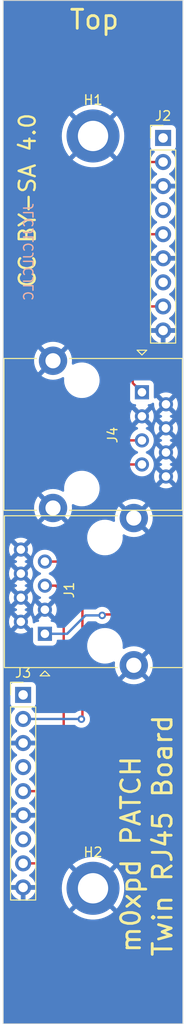
<source format=kicad_pcb>
(kicad_pcb (version 20221018) (generator pcbnew)
  (layers (0 "F.Cu" signal) (31 "B.Cu" signal) (34 "B.Paste" user) (35 "F.Paste" user) (36 "B.SilkS" user "B.Silkscreen") (37 "F.SilkS" user "F.Silkscreen") (38 "B.Mask" user) (39 "F.Mask" user) (44 "Edge.Cuts" user))
  (net 0 "")
  (net 1 "GND")
  (net 3 "Net-(J2-Pin_2)")
  (net 6 "Net-(J3-Pin_2)")
  (net 9 "Net-(J3-Pin_8)")
  (net 10 "Net-(J3-Pin_5)")
  (net 11 "Net-(J2-Pin_8)")
  (net 12 "Net-(J2-Pin_5)")
  (footprint "Connector_RJ:RJ45_Ninigi_GE" (layer "F.Cu") (at 114.67 91.35 -90)
    (fp_text reference "J4" (at 4.515 3.1 90) (layer "F.SilkS"))
    (fp_text value "RJ45_Shielded")
    (fp_line (start -4.441 -0.508) (end -4.441 0.508) (stroke (width 0.12)) (layer "F.SilkS"))
    (fp_line (start -4.441 0.508) (end -3.933 0) (stroke (width 0.12)) (layer "F.SilkS"))
    (fp_line (start -3.933 0) (end -4.441 -0.508) (stroke (width 0.12)) (layer "F.SilkS"))
    (fp_line (start -3.565 -4.28) (end -3.565 7.65) (stroke (width 0.12)) (layer "F.SilkS"))
    (fp_line (start -3.565 11.15) (end -3.565 14.59) (stroke (width 0.12)) (layer "F.SilkS"))
    (fp_line (start 12.455 -4.28) (end -3.565 -4.28) (stroke (width 0.12)) (layer "F.SilkS"))
    (fp_line (start 12.455 -4.28) (end 12.455 7.65) (stroke (width 0.12)) (layer "F.SilkS"))
    (fp_line (start 12.455 11.15) (end 12.455 14.59) (stroke (width 0.12)) (layer "F.SilkS"))
    (fp_line (start 12.455 14.59) (end -3.565 14.59) (stroke (width 0.12)) (layer "F.SilkS"))
    (pad "" np_thru_hole circle (at -1.27 6.35 270) (size 3.25 3.25) (drill 3.25) (layers "*.Cu" "*.Mask"))
    (pad "" np_thru_hole circle (at 10.16 6.35 90) (size 3.25 3.25) (drill 3.25) (layers "*.Cu" "*.Mask"))
    (pad "1" thru_hole rect (at 0 0 90) (size 1.5 1.5) (drill 0.9) (layers "*.Cu" "*.Mask") (net 11 "Net-(J2-Pin_8)"))
    (pad "2" thru_hole circle (at 1.27 -2.54 90) (size 1.5 1.5) (drill 0.9) (layers "*.Cu" "*.Mask") (net 1 "GND"))
    (pad "3" thru_hole circle (at 2.54 0 90) (size 1.5 1.5) (drill 0.9) (layers "*.Cu" "*.Mask") (net 1 "GND"))
    (pad "4" thru_hole circle (at 3.81 -2.54 90) (size 1.5 1.5) (drill 0.9) (layers "*.Cu" "*.Mask") (net 1 "GND"))
    (pad "5" thru_hole circle (at 5.08 0 90) (size 1.5 1.5) (drill 0.9) (layers "*.Cu" "*.Mask") (net 12 "Net-(J2-Pin_5)"))
    (pad "6" thru_hole circle (at 6.35 -2.54 90) (size 1.5 1.5) (drill 0.9) (layers "*.Cu" "*.Mask") (net 1 "GND"))
    (pad "7" thru_hole circle (at 7.62 0 90) (size 1.5 1.5) (drill 0.9) (layers "*.Cu" "*.Mask") (net 3 "Net-(J2-Pin_2)"))
    (pad "8" thru_hole circle (at 8.89 -2.54 90) (size 1.5 1.5) (drill 0.9) (layers "*.Cu" "*.Mask") (net 1 "GND"))
    (pad "SH" thru_hole circle (at -3.325 9.4 270) (size 3 3) (drill 1.6) (layers "*.Cu" "*.Mask") (net 1 "GND"))
    (pad "SH" thru_hole circle (at 12.215 9.4 90) (size 3 3) (drill 1.6) (layers "*.Cu" "*.Mask") (net 1 "GND"))
  )
  (footprint "Connector_PinHeader_2.54mm:PinHeader_1x09_P2.54mm_Vertical" (layer "F.Cu") (at 102.11 123.29)
    (fp_text reference "J3" (at 0 -2.33) (layer "F.SilkS"))
    (fp_text value "Conn_01x09" hide)
    (fp_line (start -1.33 -1.33) (end 0 -1.33) (stroke (width 0.12)) (layer "F.SilkS"))
    (fp_line (start -1.33 0) (end -1.33 -1.33) (stroke (width 0.12)) (layer "F.SilkS"))
    (fp_line (start -1.33 1.27) (end -1.33 21.65) (stroke (width 0.12)) (layer "F.SilkS"))
    (fp_line (start -1.33 1.27) (end 1.33 1.27) (stroke (width 0.12)) (layer "F.SilkS"))
    (fp_line (start -1.33 21.65) (end 1.33 21.65) (stroke (width 0.12)) (layer "F.SilkS"))
    (fp_line (start 1.33 1.27) (end 1.33 21.65) (stroke (width 0.12)) (layer "F.SilkS"))
    (pad "1" thru_hole rect (at 0 0) (size 1.7 1.7) (drill 1) (layers "*.Cu" "*.Mask"))
    (pad "2" thru_hole oval (at 0 2.54) (size 1.7 1.7) (drill 1) (layers "*.Cu" "*.Mask") (net 6 "Net-(J3-Pin_2)"))
    (pad "3" thru_hole oval (at 0 5.08) (size 1.7 1.7) (drill 1) (layers "*.Cu" "*.Mask") (net 1 "GND"))
    (pad "4" thru_hole oval (at 0 7.62) (size 1.7 1.7) (drill 1) (layers "*.Cu" "*.Mask"))
    (pad "5" thru_hole oval (at 0 10.16) (size 1.7 1.7) (drill 1) (layers "*.Cu" "*.Mask") (net 10 "Net-(J3-Pin_5)"))
    (pad "6" thru_hole oval (at 0 12.7) (size 1.7 1.7) (drill 1) (layers "*.Cu" "*.Mask") (net 1 "GND"))
    (pad "7" thru_hole oval (at 0 15.24) (size 1.7 1.7) (drill 1) (layers "*.Cu" "*.Mask"))
    (pad "8" thru_hole oval (at 0 17.78) (size 1.7 1.7) (drill 1) (layers "*.Cu" "*.Mask") (net 9 "Net-(J3-Pin_8)"))
    (pad "9" thru_hole oval (at 0 20.32) (size 1.7 1.7) (drill 1) (layers "*.Cu" "*.Mask") (net 1 "GND"))
  )
  (footprint "Connector_RJ:RJ45_Ninigi_GE" (layer "F.Cu") (at 104.41 116.84 90)
    (fp_text reference "J1" (at 4.61 2.57 90) (layer "F.SilkS"))
    (fp_text value "RJ45_Shielded")
    (fp_line (start -4.441 -0.508) (end -4.441 0.508) (stroke (width 0.12)) (layer "F.SilkS"))
    (fp_line (start -4.441 0.508) (end -3.933 0) (stroke (width 0.12)) (layer "F.SilkS"))
    (fp_line (start -3.933 0) (end -4.441 -0.508) (stroke (width 0.12)) (layer "F.SilkS"))
    (fp_line (start -3.565 -4.28) (end -3.565 7.65) (stroke (width 0.12)) (layer "F.SilkS"))
    (fp_line (start -3.565 11.15) (end -3.565 14.59) (stroke (width 0.12)) (layer "F.SilkS"))
    (fp_line (start 12.455 -4.28) (end -3.565 -4.28) (stroke (width 0.12)) (layer "F.SilkS"))
    (fp_line (start 12.455 -4.28) (end 12.455 7.65) (stroke (width 0.12)) (layer "F.SilkS"))
    (fp_line (start 12.455 11.15) (end 12.455 14.59) (stroke (width 0.12)) (layer "F.SilkS"))
    (fp_line (start 12.455 14.59) (end -3.565 14.59) (stroke (width 0.12)) (layer "F.SilkS"))
    (pad "" np_thru_hole circle (at -1.27 6.35 90) (size 3.25 3.25) (drill 3.25) (layers "*.Cu" "*.Mask"))
    (pad "" np_thru_hole circle (at 10.16 6.35 270) (size 3.25 3.25) (drill 3.25) (layers "*.Cu" "*.Mask"))
    (pad "1" thru_hole rect (at 0 0 270) (size 1.5 1.5) (drill 0.9) (layers "*.Cu" "*.Mask") (net 9 "Net-(J3-Pin_8)"))
    (pad "2" thru_hole circle (at 1.27 -2.54 270) (size 1.5 1.5) (drill 0.9) (layers "*.Cu" "*.Mask") (net 1 "GND"))
    (pad "3" thru_hole circle (at 2.54 0 270) (size 1.5 1.5) (drill 0.9) (layers "*.Cu" "*.Mask") (net 1 "GND"))
    (pad "4" thru_hole circle (at 3.81 -2.54 270) (size 1.5 1.5) (drill 0.9) (layers "*.Cu" "*.Mask") (net 1 "GND"))
    (pad "5" thru_hole circle (at 5.08 0 270) (size 1.5 1.5) (drill 0.9) (layers "*.Cu" "*.Mask") (net 10 "Net-(J3-Pin_5)"))
    (pad "6" thru_hole circle (at 6.35 -2.54 270) (size 1.5 1.5) (drill 0.9) (layers "*.Cu" "*.Mask") (net 1 "GND"))
    (pad "7" thru_hole circle (at 7.62 0 270) (size 1.5 1.5) (drill 0.9) (layers "*.Cu" "*.Mask") (net 6 "Net-(J3-Pin_2)"))
    (pad "8" thru_hole circle (at 8.89 -2.54 270) (size 1.5 1.5) (drill 0.9) (layers "*.Cu" "*.Mask") (net 1 "GND"))
    (pad "SH" thru_hole circle (at -3.325 9.4 90) (size 3 3) (drill 1.6) (layers "*.Cu" "*.Mask") (net 1 "GND"))
    (pad "SH" thru_hole circle (at 12.215 9.4 270) (size 3 3) (drill 1.6) (layers "*.Cu" "*.Mask") (net 1 "GND"))
  )
  (footprint "Connector_PinHeader_2.54mm:PinHeader_1x09_P2.54mm_Vertical" (layer "F.Cu") (at 116.91 64.51)
    (fp_text reference "J2" (at 0 -2.33) (layer "F.SilkS"))
    (fp_text value "Conn_01x09" hide)
    (fp_line (start -1.33 -1.33) (end 0 -1.33) (stroke (width 0.12)) (layer "F.SilkS"))
    (fp_line (start -1.33 0) (end -1.33 -1.33) (stroke (width 0.12)) (layer "F.SilkS"))
    (fp_line (start -1.33 1.27) (end -1.33 21.65) (stroke (width 0.12)) (layer "F.SilkS"))
    (fp_line (start -1.33 1.27) (end 1.33 1.27) (stroke (width 0.12)) (layer "F.SilkS"))
    (fp_line (start -1.33 21.65) (end 1.33 21.65) (stroke (width 0.12)) (layer "F.SilkS"))
    (fp_line (start 1.33 1.27) (end 1.33 21.65) (stroke (width 0.12)) (layer "F.SilkS"))
    (pad "1" thru_hole rect (at 0 0) (size 1.7 1.7) (drill 1) (layers "*.Cu" "*.Mask"))
    (pad "2" thru_hole oval (at 0 2.54) (size 1.7 1.7) (drill 1) (layers "*.Cu" "*.Mask") (net 3 "Net-(J2-Pin_2)"))
    (pad "3" thru_hole oval (at 0 5.08) (size 1.7 1.7) (drill 1) (layers "*.Cu" "*.Mask") (net 1 "GND"))
    (pad "4" thru_hole oval (at 0 7.62) (size 1.7 1.7) (drill 1) (layers "*.Cu" "*.Mask"))
    (pad "5" thru_hole oval (at 0 10.16) (size 1.7 1.7) (drill 1) (layers "*.Cu" "*.Mask") (net 12 "Net-(J2-Pin_5)"))
    (pad "6" thru_hole oval (at 0 12.7) (size 1.7 1.7) (drill 1) (layers "*.Cu" "*.Mask") (net 1 "GND"))
    (pad "7" thru_hole oval (at 0 15.24) (size 1.7 1.7) (drill 1) (layers "*.Cu" "*.Mask"))
    (pad "8" thru_hole oval (at 0 17.78) (size 1.7 1.7) (drill 1) (layers "*.Cu" "*.Mask") (net 11 "Net-(J2-Pin_8)"))
    (pad "9" thru_hole oval (at 0 20.32) (size 1.7 1.7) (drill 1) (layers "*.Cu" "*.Mask") (net 1 "GND"))
  )
  (footprint "MountingHole:MountingHole_3.2mm_M3_DIN965_Pad_TopBottom" (layer "F.Cu") (at 109.5 64.3)
    (fp_text reference "H1" (at 0 -3.8) (layer "F.SilkS"))
    (fp_text value "MountingHole_Pad" hide)
    (pad "1" thru_hole circle (at 0 0) (size 3.6 3.6) (drill 3.2) (layers "*.Cu" "*.Mask") (net 1 "GND"))
    (pad "1" connect circle (at 0 0) (size 5.6 5.6) (layers "F.Cu" "F.Mask") (net 1 "GND"))
    (pad "1" connect circle (at 0 0) (size 5.6 5.6) (layers "B.Cu" "B.Mask") (net 1 "GND"))
  )
  (footprint "MountingHole:MountingHole_3.2mm_M3_DIN965_Pad_TopBottom" (layer "F.Cu") (at 109.5 143.7)
    (fp_text reference "H2" (at 0 -3.8) (layer "F.SilkS"))
    (fp_text value "MountingHole_Pad" hide)
    (pad "1" thru_hole circle (at 0 0) (size 3.6 3.6) (drill 3.2) (layers "*.Cu" "*.Mask") (net 1 "GND"))
    (pad "1" connect circle (at 0 0) (size 5.6 5.6) (layers "F.Cu" "F.Mask") (net 1 "GND"))
    (pad "1" connect circle (at 0 0) (size 5.6 5.6) (layers "B.Cu" "B.Mask") (net 1 "GND"))
  )
  (gr_line (start 119 158) (end 100 158) (stroke (width 0.1)) (layer "Edge.Cuts"))
  (gr_line (start 119 50) (end 119 158) (stroke (width 0.1)) (layer "Edge.Cuts"))
  (gr_line (start 100 50) (end 119 50) (stroke (width 0.1)) (layer "Edge.Cuts"))
  (gr_line (start 100 158) (end 100 50) (stroke (width 0.1)) (layer "Edge.Cuts"))
  (gr_text "JLCJLCJLCJLC" (at 103.28 71.29 90) (layer "B.SilkS") (effects (font (size 1 1)) (justify left bottom mirror)))
  (gr_text "m0xpd PATCH " (at 114.67 150.65 90) (layer "F.SilkS") (effects (font (size 2 2) (thickness 0.3) bold) (justify left bottom)))
  (gr_text "Top" (at 106.87 53.19) (layer "F.SilkS") (effects (font (size 2 2) (thickness 0.3) bold) (justify left bottom)))
  (gr_text "CC BY-SA 4.0" (at 103.56 80.45 90) (layer "F.SilkS") (effects (font (size 1.7 1.7) (thickness 0.25)) (justify left bottom)))
  (gr_text "Twin RJ45 Board" (at 118.02 151.06 90) (layer "F.SilkS") (effects (font (size 2 2) (thickness 0.3) bold) (justify left bottom)))
  (segment (start 102.23 79.57) (end 114.75 67.05) (width 0.25) (layer "F.Cu") (net 3))
  (segment (start 114.67 98.97) (end 109.51 98.97) (width 0.25) (layer "F.Cu") (net 3))
  (segment (start 102.23 88.48406) (end 102.23 79.57) (width 0.25) (layer "F.Cu") (net 3))
  (segment (start 102.22 91.68) (end 102.22 88.49406) (width 0.25) (layer "F.Cu") (net 3))
  (segment (start 114.75 67.05) (end 116.91 67.05) (width 0.25) (layer "F.Cu") (net 3))
  (segment (start 102.22 88.49406) (end 102.23 88.48406) (width 0.25) (layer "F.Cu") (net 3))
  (segment (start 109.51 98.97) (end 102.22 91.68) (width 0.25) (layer "F.Cu") (net 3))
  (segment (start 108.27 125.85) (end 108.22 125.85) (width 0.25) (layer "F.Cu") (net 6))
  (segment (start 107.16 109.22) (end 108.38 110.44) (width 0.25) (layer "F.Cu") (net 6))
  (segment (start 104.41 109.22) (end 107.16 109.22) (width 0.25) (layer "F.Cu") (net 6))
  (segment (start 108.38 125.69) (end 108.27 125.8) (width 0.25) (layer "F.Cu") (net 6))
  (segment (start 108.22 125.85) (end 108.27 125.8) (width 0.25) (layer "F.Cu") (net 6))
  (segment (start 108.38 110.44) (end 108.38 125.69) (width 0.25) (layer "F.Cu") (net 6))
  (segment (start 108.27 125.8) (end 108.27 125.85) (width 0.25) (layer "F.Cu") (net 6))
  (via (at 108.27 125.85) (size 0.8) (drill 0.4) (layers "F.Cu" "B.Cu") (net 6))
  (segment (start 102.11 125.83) (end 108.25 125.83) (width 0.25) (layer "B.Cu") (net 6))
  (segment (start 108.25 125.83) (end 108.27 125.85) (width 0.25) (layer "B.Cu") (net 6))
  (segment (start 110.52 114.8) (end 110.47 114.85) (width 0.25) (layer "F.Cu") (net 9))
  (segment (start 117.7 118.79) (end 113.71 114.8) (width 0.25) (layer "F.Cu") (net 9))
  (segment (start 117.7 127.98) (end 117.7 118.79) (width 0.25) (layer "F.Cu") (net 9))
  (segment (start 104.61 141.07) (end 117.7 127.98) (width 0.25) (layer "F.Cu") (net 9))
  (segment (start 110.42 114.9) (end 110.41 114.91) (width 0.25) (layer "F.Cu") (net 9))
  (segment (start 110.47 114.85) (end 110.47 114.9) (width 0.25) (layer "F.Cu") (net 9))
  (segment (start 110.47 114.9) (end 110.42 114.9) (width 0.25) (layer "F.Cu") (net 9))
  (segment (start 102.11 141.07) (end 104.61 141.07) (width 0.25) (layer "F.Cu") (net 9))
  (segment (start 113.71 114.8) (end 110.52 114.8) (width 0.25) (layer "F.Cu") (net 9))
  (via (at 110.47 114.9) (size 0.8) (drill 0.4) (layers "F.Cu" "B.Cu") (net 9))
  (segment (start 106.76 116.84) (end 104.41 116.84) (width 0.25) (layer "B.Cu") (net 9))
  (segment (start 110.47 114.9) (end 108.7 114.9) (width 0.25) (layer "B.Cu") (net 9))
  (segment (start 108.7 114.9) (end 106.76 116.84) (width 0.25) (layer "B.Cu") (net 9))
  (segment (start 104.41 111.76) (end 105.56 111.76) (width 0.25) (layer "F.Cu") (net 10))
  (segment (start 106.4 112.6) (end 106.4 132.05) (width 0.25) (layer "F.Cu") (net 10))
  (segment (start 106.4 132.05) (end 105 133.45) (width 0.25) (layer "F.Cu") (net 10))
  (segment (start 105 133.45) (end 102.11 133.45) (width 0.25) (layer "F.Cu") (net 10))
  (segment (start 105.56 111.76) (end 106.4 112.6) (width 0.25) (layer "F.Cu") (net 10))
  (segment (start 113.7 90.38) (end 113.7 84.12) (width 0.25) (layer "F.Cu") (net 11))
  (segment (start 114.67 91.35) (end 113.7 90.38) (width 0.25) (layer "F.Cu") (net 11))
  (segment (start 115.53 82.29) (end 116.91 82.29) (width 0.25) (layer "F.Cu") (net 11))
  (segment (start 113.7 84.12) (end 115.53 82.29) (width 0.25) (layer "F.Cu") (net 11))
  (segment (start 113.04 96.43) (end 111.5 94.89) (width 0.25) (layer "F.Cu") (net 12))
  (segment (start 114.67 96.43) (end 113.04 96.43) (width 0.25) (layer "F.Cu") (net 12))
  (segment (start 111.5 94.89) (end 111.5 77.89) (width 0.25) (layer "F.Cu") (net 12))
  (segment (start 114.72 74.67) (end 116.91 74.67) (width 0.25) (layer "F.Cu") (net 12))
  (segment (start 111.5 77.89) (end 114.72 74.67) (width 0.25) (layer "F.Cu") (net 12))
  (zone (net 1) (net_name "GND") (layer "B.Cu") (connect_pads (clearance 0.5)) (min_thickness 0.25) (fill yes (thermal_gap 0.5) (thermal_bridge_width 0.5))
    (polygon (pts (xy 100 50) (xy 119 50) (xy 119 158) (xy 100 158)))
  )
)
</source>
